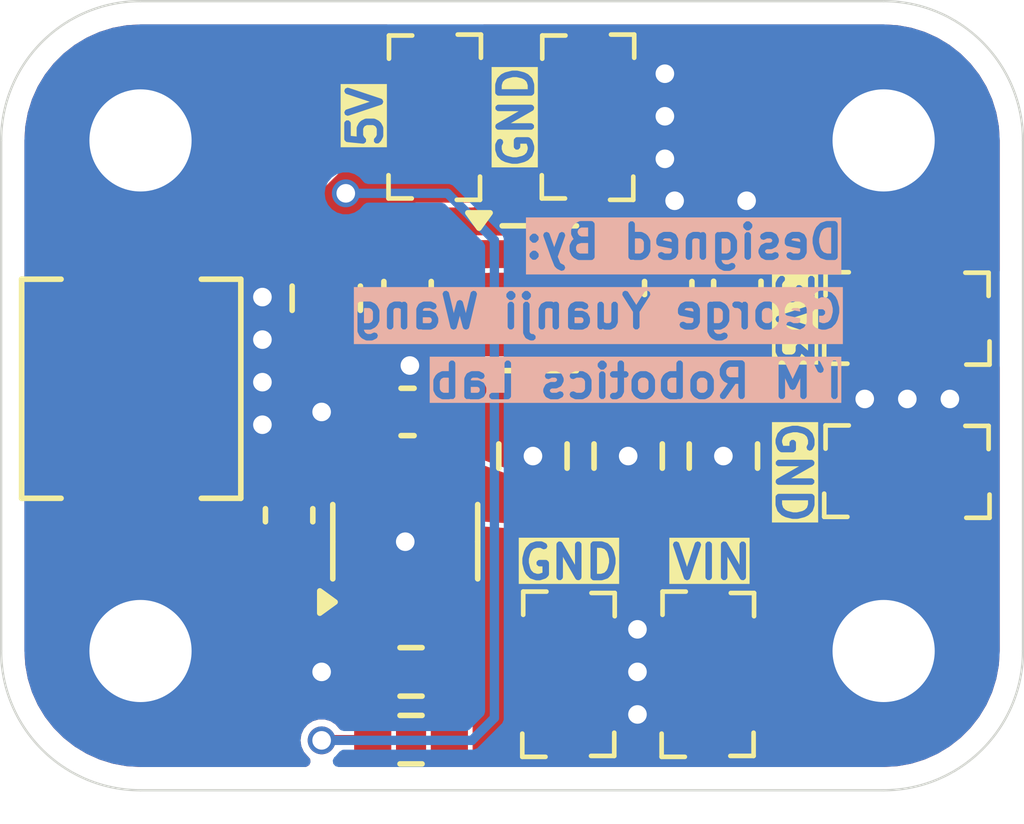
<source format=kicad_pcb>
(kicad_pcb (version 20240108) (generator "pcbnew") (generator_version "8.0")
  (layers (0 "F.Cu" signal) (31 "B.Cu" signal) (34 "B.Paste" user) (35 "F.Paste" user) (36 "B.SilkS" user "B.Silkscreen") (37 "F.SilkS" user "F.Silkscreen") (38 "B.Mask" user) (39 "F.Mask" user) (44 "Edge.Cuts" user))
  (net 0 "")
  (net 1 "VIN")
  (net 2 "GND")
  (net 3 "Net-(U2-BST)")
  (net 4 "Net-(U2-SW)")
  (net 5 "5V")
  (net 6 "3V3")
  (net 7 "Net-(U2-FB)")
  (footprint "Resistor_SMD:R_0603_1608Metric" (layer "F.Cu") (at 205.825 96.91 180)
    (property "Reference" "R1" (hide yes))
    (property "Value" "100k 0603" (hide yes))
    (fp_line (start -0.237258 0.5225) (end 0.237258 0.5225) (stroke (width 0.12)) (layer "F.SilkS"))
    (fp_line (start -0.237258 -0.5225) (end 0.237258 -0.5225) (stroke (width 0.12)) (layer "F.SilkS"))
    (pad "1" smd roundrect (at -0.825 0 180) (size 0.8 0.95) (layers "F.Cu" "F.Paste" "F.Mask") (net 7 "Net-(U2-FB)"))
    (pad "2" smd roundrect (at 0.825 0 180) (size 0.8 0.95) (layers "F.Cu" "F.Paste" "F.Mask") (net 5 "5V"))
  )
  (footprint "digikey-footprints:PROBE_PAD_1206" (layer "F.Cu") (at 216.5 91.15)
    (property "Reference" "TP5" (hide yes))
    (property "Value" "GND")
    (fp_line (start -1.78 0.46) (end -1.78 0.96) (stroke (width 0.1)) (layer "F.SilkS"))
    (fp_line (start -1.78 0.96) (end -1.28 0.96) (stroke (width 0.1)) (layer "F.SilkS"))
    (fp_line (start -1.75 -1.01) (end -1.75 -0.51) (stroke (width 0.1)) (layer "F.SilkS"))
    (fp_line (start -1.75 -1.01) (end -1.25 -1.01) (stroke (width 0.1)) (layer "F.SilkS"))
    (fp_line (start 1.76 -1) (end 1.26 -1) (stroke (width 0.1)) (layer "F.SilkS"))
    (fp_line (start 1.76 -1) (end 1.76 -0.5) (stroke (width 0.1)) (layer "F.SilkS"))
    (fp_line (start 1.78 0.98) (end 1.28 0.98) (stroke (width 0.1)) (layer "F.SilkS"))
    (fp_line (start 1.78 0.98) (end 1.78 0.48) (stroke (width 0.1)) (layer "F.SilkS"))
    (pad "1" smd rect (at 0 0) (size 3.4 1.8) (layers "F.Cu" "F.Paste" "F.Mask") (net 2 "GND"))
  )
  (footprint "digikey-footprints:PROBE_PAD_1206" (layer "F.Cu") (at 209.65 83.5 90)
    (property "Reference" "TP2" (hide yes))
    (property "Value" "GND")
    (fp_line (start -1.75 -1.01) (end -1.25 -1.01) (stroke (width 0.1)) (layer "F.SilkS"))
    (fp_line (start -1.75 -1.01) (end -1.75 -0.51) (stroke (width 0.1)) (layer "F.SilkS"))
    (fp_line (start 1.76 -1) (end 1.26 -1) (stroke (width 0.1)) (layer "F.SilkS"))
    (fp_line (start 1.76 -1) (end 1.76 -0.5) (stroke (width 0.1)) (layer "F.SilkS"))
    (fp_line (start -1.78 0.46) (end -1.78 0.96) (stroke (width 0.1)) (layer "F.SilkS"))
    (fp_line (start -1.78 0.96) (end -1.28 0.96) (stroke (width 0.1)) (layer "F.SilkS"))
    (fp_line (start 1.78 0.98) (end 1.78 0.48) (stroke (width 0.1)) (layer "F.SilkS"))
    (fp_line (start 1.78 0.98) (end 1.28 0.98) (stroke (width 0.1)) (layer "F.SilkS"))
    (pad "1" smd rect (at 0 0 90) (size 3.4 1.8) (layers "F.Cu" "F.Paste" "F.Mask") (net 2 "GND"))
  )
  (footprint "MountingHole:MountingHole_2.2mm_M2_DIN965_Pad" (layer "F.Cu") (at 200 95)
    (property "Reference" "H2" (hide yes))
    (property "Value" "M2")
    (pad "1" thru_hole circle (at 0 0) (size 3.8 3.8) (drill 2.2) (layers "*.Cu" "*.Mask") (net 2 "GND"))
    (pad "2" smd circle (at 0 0) (size 2.2 2.2) (layers "*.Paste" "F.Cu"))
  )
  (footprint "MountingHole:MountingHole_2.2mm_M2_DIN965_Pad" (layer "F.Cu") (at 216 84)
    (property "Reference" "H4" (hide yes))
    (property "Value" "M2")
    (pad "1" thru_hole circle (at 0 0) (size 3.8 3.8) (drill 2.2) (layers "*.Cu" "*.Mask") (net 2 "GND"))
    (pad "2" smd circle (at 0 0) (size 2.2 2.2) (layers "*.Paste" "F.Cu"))
  )
  (footprint "Capacitor_SMD:C_0805_2012Metric" (layer "F.Cu") (at 208.45 90.8 90)
    (property "Reference" "C4" (hide yes))
    (property "Value" "10u 50V 0805")
    (fp_line (start -0.261252 -0.735) (end 0.261252 -0.735) (stroke (width 0.12)) (layer "F.SilkS"))
    (fp_line (start -0.261252 0.735) (end 0.261252 0.735) (stroke (width 0.12)) (layer "F.SilkS"))
    (pad "1" smd roundrect (at -0.95 0 90) (size 1 1.45) (layers "F.Cu" "F.Paste" "F.Mask") (net 1 "VIN"))
    (pad "2" smd roundrect (at 0.95 0 90) (size 1 1.45) (layers "F.Cu" "F.Paste" "F.Mask") (net 2 "GND"))
  )
  (footprint "Capacitor_SMD:C_0603_1608Metric" (layer "F.Cu") (at 211.3625 87.18 90)
    (property "Reference" "C11" (hide yes))
    (property "Value" "1u 25V 0603")
    (fp_line (start -0.14058 -0.51) (end 0.14058 -0.51) (stroke (width 0.12)) (layer "F.SilkS"))
    (fp_line (start -0.14058 0.51) (end 0.14058 0.51) (stroke (width 0.12)) (layer "F.SilkS"))
    (pad "1" smd roundrect (at -0.775 0 90) (size 0.9 0.95) (layers "F.Cu" "F.Paste" "F.Mask") (net 6 "3V3"))
    (pad "2" smd roundrect (at 0.775 0 90) (size 0.9 0.95) (layers "F.Cu" "F.Paste" "F.Mask") (net 2 "GND"))
  )
  (footprint "digikey-footprints:PROBE_PAD_1206" (layer "F.Cu") (at 209.2 95.5 -90)
    (property "Reference" "TP4" (hide yes))
    (property "Value" "GND")
    (fp_line (start 1.78 0.98) (end 1.28 0.98) (stroke (width 0.1)) (layer "F.SilkS"))
    (fp_line (start 1.78 0.98) (end 1.78 0.48) (stroke (width 0.1)) (layer "F.SilkS"))
    (fp_line (start -1.78 0.96) (end -1.28 0.96) (stroke (width 0.1)) (layer "F.SilkS"))
    (fp_line (start -1.78 0.46) (end -1.78 0.96) (stroke (width 0.1)) (layer "F.SilkS"))
    (fp_line (start 1.76 -1) (end 1.76 -0.5) (stroke (width 0.1)) (layer "F.SilkS"))
    (fp_line (start 1.76 -1) (end 1.26 -1) (stroke (width 0.1)) (layer "F.SilkS"))
    (fp_line (start -1.75 -1.01) (end -1.75 -0.51) (stroke (width 0.1)) (layer "F.SilkS"))
    (fp_line (start -1.75 -1.01) (end -1.25 -1.01) (stroke (width 0.1)) (layer "F.SilkS"))
    (pad "1" smd rect (at 0 0 270) (size 3.4 1.8) (layers "F.Cu" "F.Paste" "F.Mask") (net 2 "GND"))
  )
  (footprint "Capacitor_SMD:C_0603_1608Metric" (layer "F.Cu") (at 203.2 92.075 90)
    (property "Reference" "C8" (hide yes))
    (property "Value" "100n 50V 0603")
    (fp_line (start -0.14058 -0.51) (end 0.14058 -0.51) (stroke (width 0.12)) (layer "F.SilkS"))
    (fp_line (start -0.14058 0.51) (end 0.14058 0.51) (stroke (width 0.12)) (layer "F.SilkS"))
    (pad "1" smd roundrect (at -0.775 0 90) (size 0.9 0.95) (layers "F.Cu" "F.Paste" "F.Mask") (net 3 "Net-(U2-BST)"))
    (pad "2" smd roundrect (at 0.775 0 90) (size 0.9 0.95) (layers "F.Cu" "F.Paste" "F.Mask") (net 4 "Net-(U2-SW)"))
  )
  (footprint "Inductor_SMD:L_APV_APH0420" (layer "F.Cu") (at 199.8 89.35 90)
    (property "Reference" "L1" (hide yes))
    (property "Value" "3.3uH (APH0420T)")
    (fp_line (start 2.36 -2.36) (end 2.36 -1.51) (stroke (width 0.12)) (layer "F.SilkS"))
    (fp_line (start -2.36 -2.36) (end 2.36 -2.36) (stroke (width 0.12)) (layer "F.SilkS"))
    (fp_line (start -2.36 -2.36) (end -2.36 -1.51) (stroke (width 0.12)) (layer "F.SilkS"))
    (fp_line (start 2.36 2.36) (end 2.36 1.51) (stroke (width 0.12)) (layer "F.SilkS"))
    (fp_line (start -2.36 2.36) (end -2.36 1.51) (stroke (width 0.12)) (layer "F.SilkS"))
    (fp_line (start -2.36 2.36) (end 2.36 2.36) (stroke (width 0.12)) (layer "F.SilkS"))
    (pad "1" smd roundrect (at -1.85 0 90) (size 1.5 2.5) (layers "F.Cu" "F.Paste" "F.Mask") (net 4 "Net-(U2-SW)"))
    (pad "2" smd roundrect (at 1.85 0 90) (size 1.5 2.5) (layers "F.Cu" "F.Paste" "F.Mask") (net 5 "5V"))
    (zone (net 0) (net_name "") (layer "F.Cu") (name "Inductor") (connect_pads (clearance 0)) (min_thickness 0.25)
      (keepout (tracks not_allowed) (vias not_allowed) (pads not_allowed) (copperpour not_allowed) (footprints allowed))
      (fill (thermal_gap 0.5) (thermal_bridge_width 0.5))
      (polygon (pts (xy 197.7 91.45) (xy 197.7 87.25) (xy 201.9 87.25) (xy 201.9 91.45)))
    )
  )
  (footprint "MountingHole:MountingHole_2.2mm_M2_DIN965_Pad" (layer "F.Cu") (at 200 84)
    (property "Reference" "H3" (hide yes))
    (property "Value" "M2")
    (pad "1" thru_hole circle (at 0 0) (size 3.8 3.8) (drill 2.2) (layers "*.Cu" "*.Mask") (net 2 "GND"))
    (pad "2" smd circle (at 0 0) (size 2.2 2.2) (layers "*.Paste" "F.Cu"))
  )
  (footprint "Capacitor_SMD:C_0603_1608Metric" (layer "F.Cu") (at 212.85 87.175 90)
    (property "Reference" "C12" (hide yes))
    (property "Value" "100n 50V 0603")
    (fp_line (start -0.14058 -0.51) (end 0.14058 -0.51) (stroke (width 0.12)) (layer "F.SilkS"))
    (fp_line (start -0.14058 0.51) (end 0.14058 0.51) (stroke (width 0.12)) (layer "F.SilkS"))
    (pad "1" smd roundrect (at -0.775 0 90) (size 0.9 0.95) (layers "F.Cu" "F.Paste" "F.Mask") (net 6 "3V3"))
    (pad "2" smd roundrect (at 0.775 0 90) (size 0.9 0.95) (layers "F.Cu" "F.Paste" "F.Mask") (net 2 "GND"))
  )
  (footprint "digikey-footprints:PROBE_PAD_1206" (layer "F.Cu") (at 206.35 83.5 90)
    (property "Reference" "TP1" (hide yes))
    (property "Value" "5V")
    (fp_line (start -1.75 -1.01) (end -1.25 -1.01) (stroke (width 0.1)) (layer "F.SilkS"))
    (fp_line (start -1.75 -1.01) (end -1.75 -0.51) (stroke (width 0.1)) (layer "F.SilkS"))
    (fp_line (start 1.76 -1) (end 1.26 -1) (stroke (width 0.1)) (layer "F.SilkS"))
    (fp_line (start 1.76 -1) (end 1.76 -0.5) (stroke (width 0.1)) (layer "F.SilkS"))
    (fp_line (start -1.78 0.46) (end -1.78 0.96) (stroke (width 0.1)) (layer "F.SilkS"))
    (fp_line (start -1.78 0.96) (end -1.28 0.96) (stroke (width 0.1)) (layer "F.SilkS"))
    (fp_line (start 1.78 0.98) (end 1.78 0.48) (stroke (width 0.1)) (layer "F.SilkS"))
    (fp_line (start 1.78 0.98) (end 1.28 0.98) (stroke (width 0.1)) (layer "F.SilkS"))
    (pad "1" smd rect (at 0 0 90) (size 3.4 1.8) (layers "F.Cu" "F.Paste" "F.Mask") (net 5 "5V"))
  )
  (footprint "Capacitor_SMD:C_0805_2012Metric" (layer "F.Cu") (at 204 87.4 -90)
    (property "Reference" "C10" (hide yes))
    (property "Value" "22u 16V 0805")
    (fp_line (start -0.261252 0.735) (end 0.261252 0.735) (stroke (width 0.12)) (layer "F.SilkS"))
    (fp_line (start -0.261252 -0.735) (end 0.261252 -0.735) (stroke (width 0.12)) (layer "F.SilkS"))
    (pad "1" smd roundrect (at -0.95 0 270) (size 1 1.45) (layers "F.Cu" "F.Paste" "F.Mask") (net 5 "5V"))
    (pad "2" smd roundrect (at 0.95 0 270) (size 1 1.45) (layers "F.Cu" "F.Paste" "F.Mask") (net 2 "GND"))
  )
  (footprint "Capacitor_SMD:C_0805_2012Metric" (layer "F.Cu") (at 210.5 90.8 90)
    (property "Reference" "C2" (hide yes))
    (property "Value" "10u 50V 0805")
    (fp_line (start -0.261252 -0.735) (end 0.261252 -0.735) (stroke (width 0.12)) (layer "F.SilkS"))
    (fp_line (start -0.261252 0.735) (end 0.261252 0.735) (stroke (width 0.12)) (layer "F.SilkS"))
    (pad "1" smd roundrect (at -0.95 0 90) (size 1 1.45) (layers "F.Cu" "F.Paste" "F.Mask") (net 1 "VIN"))
    (pad "2" smd roundrect (at 0.95 0 90) (size 1 1.45) (layers "F.Cu" "F.Paste" "F.Mask") (net 2 "GND"))
  )
  (footprint "MountingHole:MountingHole_2.2mm_M2_DIN965_Pad" (layer "F.Cu") (at 216 95)
    (property "Reference" "H1" (hide yes))
    (property "Value" "M2")
    (pad "1" thru_hole circle (at 0 0) (size 3.8 3.8) (drill 2.2) (layers "*.Cu" "*.Mask") (net 2 "GND"))
    (pad "2" smd circle (at 0 0) (size 2.2 2.2) (layers "*.Paste" "F.Cu"))
  )
  (footprint "Capacitor_SMD:C_0603_1608Metric" (layer "F.Cu") (at 205.75 87.18 -90)
    (property "Reference" "C9" (hide yes))
    (property "Value" "1u 25V 0603")
    (fp_line (start -0.14058 0.51) (end 0.14058 0.51) (stroke (width 0.12)) (layer "F.SilkS"))
    (fp_line (start -0.14058 -0.51) (end 0.14058 -0.51) (stroke (width 0.12)) (layer "F.SilkS"))
    (pad "1" smd roundrect (at -0.775 0 270) (size 0.9 0.95) (layers "F.Cu" "F.Paste" "F.Mask") (net 5 "5V"))
    (pad "2" smd roundrect (at 0.775 0 270) (size 0.9 0.95) (layers "F.Cu" "F.Paste" "F.Mask") (net 2 "GND"))
  )
  (footprint "digikey-footprints:PROBE_PAD_1206" (layer "F.Cu") (at 212.2 95.5 -90)
    (property "Reference" "TP3" (hide yes))
    (property "Value" "VIN")
    (fp_line (start 1.78 0.98) (end 1.28 0.98) (stroke (width 0.1)) (layer "F.SilkS"))
    (fp_line (start 1.78 0.98) (end 1.78 0.48) (stroke (width 0.1)) (layer "F.SilkS"))
    (fp_line (start -1.78 0.96) (end -1.28 0.96) (stroke (width 0.1)) (layer "F.SilkS"))
    (fp_line (start -1.78 0.46) (end -1.78 0.96) (stroke (width 0.1)) (layer "F.SilkS"))
    (fp_line (start 1.76 -1) (end 1.76 -0.5) (stroke (width 0.1)) (layer "F.SilkS"))
    (fp_line (start 1.76 -1) (end 1.26 -1) (stroke (width 0.1)) (layer "F.SilkS"))
    (fp_line (start -1.75 -1.01) (end -1.75 -0.51) (stroke (width 0.1)) (layer "F.SilkS"))
    (fp_line (start -1.75 -1.01) (end -1.25 -1.01) (stroke (width 0.1)) (layer "F.SilkS"))
    (pad "1" smd rect (at 0 0 270) (size 3.4 1.8) (layers "F.Cu" "F.Paste" "F.Mask") (net 1 "VIN"))
  )
  (footprint "digikey-footprints:PROBE_PAD_1206" (layer "F.Cu") (at 216.5 87.85)
    (property "Reference" "TP6" (hide yes))
    (property "Value" "3V3")
    (fp_line (start -1.78 0.46) (end -1.78 0.96) (stroke (width 0.1)) (layer "F.SilkS"))
    (fp_line (start -1.78 0.96) (end -1.28 0.96) (stroke (width 0.1)) (layer "F.SilkS"))
    (fp_line (start -1.75 -1.01) (end -1.75 -0.51) (stroke (width 0.1)) (layer "F.SilkS"))
    (fp_line (start -1.75 -1.01) (end -1.25 -1.01) (stroke (width 0.1)) (layer "F.SilkS"))
    (fp_line (start 1.76 -1) (end 1.26 -1) (stroke (width 0.1)) (layer "F.SilkS"))
    (fp_line (start 1.76 -1) (end 1.76 -0.5) (stroke (width 0.1)) (layer "F.SilkS"))
    (fp_line (start 1.78 0.98) (end 1.28 0.98) (stroke (width 0.1)) (layer "F.SilkS"))
    (fp_line (start 1.78 0.98) (end 1.78 0.48) (stroke (width 0.1)) (layer "F.SilkS"))
    (pad "1" smd rect (at 0 0) (size 3.4 1.8) (layers "F.Cu" "F.Paste" "F.Mask") (net 6 "3V3"))
  )
  (footprint "Package_TO_SOT_SMD:SOT-23-6" (layer "F.Cu") (at 205.7 92.645 90)
    (property "Reference" "U2" (hide yes))
    (property "Value" "ME3121")
    (fp_line (start 0 -1.56) (end 0.8 -1.56) (stroke (width 0.12)) (layer "F.SilkS"))
    (fp_line (start 0 -1.56) (end -0.8 -1.56) (stroke (width 0.12)) (layer "F.SilkS"))
    (fp_line (start 0 1.56) (end 0.8 1.56) (stroke (width 0.12)) (layer "F.SilkS"))
    (fp_line (start 0 1.56) (end -0.8 1.56) (stroke (width 0.12)) (layer "F.SilkS"))
    (fp_poly (pts (xy -1.3 -1.51) (xy -1.54 -1.84) (xy -1.06 -1.84) (xy -1.3 -1.51)) (stroke (width 0.12)) (fill solid) (layer "F.SilkS"))
    (pad "1" smd roundrect (at -1.1375 -0.95 90) (size 1.325 0.6) (layers "F.Cu" "F.Paste" "F.Mask") (net 3 "Net-(U2-BST)"))
    (pad "2" smd roundrect (at -1.1375 0 90) (size 1.325 0.6) (layers "F.Cu" "F.Paste" "F.Mask") (net 2 "GND"))
    (pad "3" smd roundrect (at -1.1375 0.95 90) (size 1.325 0.6) (layers "F.Cu" "F.Paste" "F.Mask") (net 7 "Net-(U2-FB)"))
    (pad "4" smd roundrect (at 1.1375 0.95 90) (size 1.325 0.6) (layers "F.Cu" "F.Paste" "F.Mask") (net 1 "VIN"))
    (pad "5" smd roundrect (at 1.1375 0 90) (size 1.325 0.6) (layers "F.Cu" "F.Paste" "F.Mask") (net 1 "VIN"))
    (pad "6" smd roundrect (at 1.1375 -0.95 90) (size 1.325 0.6) (layers "F.Cu" "F.Paste" "F.Mask") (net 4 "Net-(U2-SW)"))
  )
  (footprint "Resistor_SMD:R_0603_1608Metric" (layer "F.Cu") (at 205.825 95.45)
    (property "Reference" "R2" (hide yes))
    (property "Value" "13.7k 0603" (hide yes))
    (fp_line (start -0.237258 -0.5225) (end 0.237258 -0.5225) (stroke (width 0.12)) (layer "F.SilkS"))
    (fp_line (start -0.237258 0.5225) (end 0.237258 0.5225) (stroke (width 0.12)) (layer "F.SilkS"))
    (pad "1" smd roundrect (at -0.825 0) (size 0.8 0.95) (layers "F.Cu" "F.Paste" "F.Mask") (net 2 "GND"))
    (pad "2" smd roundrect (at 0.825 0) (size 0.8 0.95) (layers "F.Cu" "F.Paste" "F.Mask") (net 7 "Net-(U2-FB)"))
  )
  (footprint "Capacitor_SMD:C_0603_1608Metric" (layer "F.Cu") (at 205.75 89.85 180)
    (property "Reference" "C5" (hide yes))
    (property "Value" "100n 50V 0603")
    (fp_line (start -0.14058 0.51) (end 0.14058 0.51) (stroke (width 0.12)) (layer "F.SilkS"))
    (fp_line (start -0.14058 -0.51) (end 0.14058 -0.51) (stroke (width 0.12)) (layer "F.SilkS"))
    (pad "1" smd roundrect (at -0.775 0 180) (size 0.9 0.95) (layers "F.Cu" "F.Paste" "F.Mask") (net 1 "VIN"))
    (pad "2" smd roundrect (at 0.775 0 180) (size 0.9 0.95) (layers "F.Cu" "F.Paste" "F.Mask") (net 2 "GND"))
  )
  (footprint "Package_TO_SOT_SMD:SOT-23-5" (layer "F.Cu") (at 208.5875 87.4)
    (property "Reference" "U3" (hide yes))
    (property "Value" "TLV75533PDBV")
    (fp_line (start 0 -1.56) (end -0.8 -1.56) (stroke (width 0.12)) (layer "F.SilkS"))
    (fp_line (start 0 -1.56) (end 0.8 -1.56) (stroke (width 0.12)) (layer "F.SilkS"))
    (fp_line (start 0 1.56) (end -0.8 1.56) (stroke (width 0.12)) (layer "F.SilkS"))
    (fp_line (start 0 1.56) (end 0.8 1.56) (stroke (width 0.12)) (layer "F.SilkS"))
    (fp_poly (pts (xy -1.3 -1.51) (xy -1.54 -1.84) (xy -1.06 -1.84) (xy -1.3 -1.51)) (stroke (width 0.12)) (fill solid) (layer "F.SilkS"))
    (pad "1" smd roundrect (at -1.1375 -0.95) (size 1.325 0.6) (layers "F.Cu" "F.Paste" "F.Mask") (net 5 "5V"))
    (pad "2" smd roundrect (at -1.1375 0) (size 1.325 0.6) (layers "F.Cu" "F.Paste" "F.Mask") (net 2 "GND"))
    (pad "3" smd roundrect (at -1.1375 0.95) (size 1.325 0.6) (layers "F.Cu" "F.Paste" "F.Mask") (net 5 "5V"))
    (pad "4" smd roundrect (at 1.1375 0.95) (size 1.325 0.6) (layers "F.Cu" "F.Paste" "F.Mask"))
    (pad "5" smd roundrect (at 1.1375 -0.95) (size 1.325 0.6) (layers "F.Cu" "F.Paste" "F.Mask") (net 6 "3V3"))
  )
  (footprint "Capacitor_SMD:C_0805_2012Metric" (layer "F.Cu") (at 212.55 90.8 90)
    (property "Reference" "C1" (hide yes))
    (property "Value" "10u 50V 0805")
    (fp_line (start -0.261252 -0.735) (end 0.261252 -0.735) (stroke (width 0.12)) (layer "F.SilkS"))
    (fp_line (start -0.261252 0.735) (end 0.261252 0.735) (stroke (width 0.12)) (layer "F.SilkS"))
    (pad "1" smd roundrect (at -0.95 0 90) (size 1 1.45) (layers "F.Cu" "F.Paste" "F.Mask") (net 1 "VIN"))
    (pad "2" smd roundrect (at 0.95 0 90) (size 1 1.45) (layers "F.Cu" "F.Paste" "F.Mask") (net 2 "GND"))
  )
  (gr_line (start 216 81) (end 200 81) (stroke (width 0.05)) (layer "Edge.Cuts"))
  (gr_arc (start 219 95) (mid 218.12132 97.12132) (end 216 98) (stroke (width 0.05)) (layer "Edge.Cuts"))
  (gr_line (start 197 95) (end 197 84) (stroke (width 0.05)) (layer "Edge.Cuts"))
  (gr_arc (start 197 84) (mid 197.87868 81.87868) (end 200 81) (stroke (width 0.05)) (layer "Edge.Cuts"))
  (gr_line (start 219 84) (end 219 95) (stroke (width 0.05)) (layer "Edge.Cuts"))
  (gr_line (start 216 98) (end 200 98) (stroke (width 0.05)) (layer "Edge.Cuts"))
  (gr_arc (start 200 98) (mid 197.87868 97.12132) (end 197 95) (stroke (width 0.05)) (layer "Edge.Cuts"))
  (gr_arc (start 216 81) (mid 218.12132 81.87868) (end 219 84) (stroke (width 0.05)) (layer "Edge.Cuts"))
  (gr_text "George Yuanji Wang" (at 215.2 88.1 0) (layer "B.SilkS" knockout) (effects (font (size 0.7 0.7) (thickness 0.14) (bold yes)) (justify left bottom mirror)))
  (gr_text "I'M Robotics Lab" (at 215.2 89.6 0) (layer "B.SilkS" knockout) (effects (font (size 0.7 0.7) (thickness 0.14) (bold yes)) (justify left bottom mirror)))
  (gr_text "Designed By:" (at 215.2 86.6 0) (layer "B.SilkS" knockout) (effects (font (size 0.7 0.7) (thickness 0.14) (bold yes)) (justify left bottom mirror)))
  (gr_text "GND" (at 208.5 83.5 90) (layer "F.SilkS" knockout) (effects (font (size 0.7 0.7) (thickness 0.14) (bold yes)) (justify bottom)))
  (gr_text "5V" (at 205.25 83.5 90) (layer "F.SilkS" knockout) (effects (font (size 0.7 0.7) (thickness 0.14) (bold yes)) (justify bottom)))
  (gr_text "GND" (at 209.225 93.5 0) (layer "F.SilkS" knockout) (effects (font (size 0.7 0.7) (thickness 0.14) (bold yes)) (justify bottom)))
  (gr_text "VIN" (at 212.3 93.5 0) (layer "F.SilkS" knockout) (effects (font (size 0.7 0.7) (thickness 0.14) (bold yes)) (justify bottom)))
  (gr_text "3V3" (at 213.65 87.85 270) (layer "F.SilkS" knockout) (effects (font (size 0.7 0.7) (thickness 0.14) (bold yes)) (justify bottom)))
  (gr_text "GND" (at 213.65 91.15 -90) (layer "F.SilkS" knockout) (effects (font (size 0.7 0.7) (thickness 0.14) (bold yes)) (justify bottom)))
  (via (at 216.51 89.57) (size 0.6) (drill 0.4) (layers "F.Cu" "B.Cu") (net 2))
  (via (at 210.7 94.533334) (size 0.6) (drill 0.4) (layers "F.Cu" "B.Cu") (net 2))
  (via (at 217.426668 89.57) (size 0.6) (drill 0.4) (layers "F.Cu" "B.Cu") (net 2))
  (via (at 215.593334 89.57) (size 0.6) (drill 0.4) (layers "F.Cu" "B.Cu") (net 2))
  (via (at 202.625 87.375) (size 0.6) (drill 0.4) (layers "F.Cu" "B.Cu") (net 2))
  (via (at 211.5 85.3) (size 0.6) (drill 0.4) (layers "F.Cu" "B.Cu") (net 2))
  (via (at 208.45 90.8) (size 0.6) (drill 0.4) (layers "F.Cu" "B.Cu") (net 2))
  (via (at 211.29 84.396668) (size 0.6) (drill 0.4) (layers "F.Cu" "B.Cu") (net 2))
  (via (at 205.7 92.645) (size 0.6) (drill 0.4) (layers "F.Cu" "B.Cu") (net 2))
  (via (at 210.7 95.45) (size 0.6) (drill 0.4) (layers "F.Cu" "B.Cu") (net 2))
  (via (at 213.05 85.3) (size 0.6) (drill 0.4) (layers "F.Cu" "B.Cu") (net 2))
  (via (at 210.7 96.366668) (size 0.6) (drill 0.4) (layers "F.Cu" "B.Cu") (net 2))
  (via (at 202.625 89.208332) (size 0.6) (drill 0.4) (layers "F.Cu" "B.Cu") (net 2))
  (via (at 211.29 82.563334) (size 0.6) (drill 0.4) (layers "F.Cu" "B.Cu") (net 2))
  (via (at 203.9 95.45) (size 0.6) (drill 0.4) (layers "F.Cu" "B.Cu") (net 2))
  (via (at 202.625 90.125) (size 0.6) (drill 0.4) (layers "F.Cu" "B.Cu") (net 2))
  (via (at 211.29 83.48) (size 0.6) (drill 0.4) (layers "F.Cu" "B.Cu") (net 2))
  (via (at 205.8 88.85) (size 0.6) (drill 0.4) (layers "F.Cu" "B.Cu") (net 2))
  (via (at 203.9 89.85) (size 0.6) (drill 0.4) (layers "F.Cu" "B.Cu") (net 2))
  (via (at 212.55 90.8) (size 0.6) (drill 0.4) (layers "F.Cu" "B.Cu") (net 2))
  (via (at 202.625 88.291666) (size 0.6) (drill 0.4) (layers "F.Cu" "B.Cu") (net 2))
  (via (at 210.5 90.8) (size 0.6) (drill 0.4) (layers "F.Cu" "B.Cu") (net 2))
  (segment (start 208.25 86.45) (end 208.7 86.9) (width 0.5) (layer "F.Cu") (net 5))
  (segment (start 205 96.91) (end 203.915 96.91) (width 0.2) (layer "F.Cu") (net 5))
  (segment (start 203.915 96.91) (end 203.9 96.925) (width 0.2) (layer "F.Cu") (net 5))
  (segment (start 208.3 88.35) (end 207.5 88.35) (width 0.5) (layer "F.Cu") (net 5))
  (segment (start 208.7 86.9) (end 208.7 87.95) (width 0.5) (layer "F.Cu") (net 5))
  (segment (start 207.5 86.45) (end 208.25 86.45) (width 0.5) (layer "F.Cu") (net 5))
  (segment (start 208.7 87.95) (end 208.3 88.35) (width 0.5) (layer "F.Cu") (net 5))
  (via (at 204.42 85.14) (size 0.6) (drill 0.4) (layers "F.Cu" "B.Cu") (net 5))
  (via (at 203.9 96.925) (size 0.6) (drill 0.4) (layers "F.Cu" "B.Cu") (net 5))
  (segment (start 204.42 85.14) (end 206.61 85.14) (width 0.2) (layer "B.Cu") (net 5))
  (segment (start 207.62 86.15) (end 207.62 96.44) (width 0.2) (layer "B.Cu") (net 5))
  (segment (start 207.135 96.925) (end 203.9 96.925) (width 0.2) (layer "B.Cu") (net 5))
  (segment (start 206.61 85.14) (end 207.62 86.15) (width 0.2) (layer "B.Cu") (net 5))
  (segment (start 207.62 96.44) (end 207.135 96.925) (width 0.2) (layer "B.Cu") (net 5))
  (segment (start 206.65 93.7825) (end 206.65 95.45) (width 0.2) (layer "F.Cu") (net 7))
  (segment (start 206.65 95.45) (end 206.65 96.91) (width 0.2) (layer "F.Cu") (net 7))
  (zone (net 5) (net_name "5V") (layer "F.Cu") (priority 7) (connect_pads yes (clearance 0)) (min_thickness 0.25) (fill yes (thermal_gap 0.2) (thermal_bridge_width 0.3))
    (polygon (pts (xy 203.01 85.95) (xy 205.46 83.53) (xy 207.26 83.53) (xy 207.26 85.34) (xy 205.92 85.34) (xy 205.92 85.95)))
  )
  (zone (net 5) (net_name "5V") (layer "F.Cu") (priority 1) (connect_pads yes (clearance 0)) (min_thickness 0.25) (fill yes (thermal_gap 0.2) (thermal_bridge_width 0.3))
    (polygon (pts (xy 207.6 86.15) (xy 207.6 86.75) (xy 206.55 86.75) (xy 206.1 86.85) (xy 205.05 86.85) (xy 204.5 86.95) (xy 198.55 86.95) (xy 198.55 85.95) (xy 206.1 85.95) (xy 206.55 86.15)))
  )
  (zone (net 4) (net_name "Net-(U2-SW)") (layer "F.Cu") (priority 3) (connect_pads yes (clearance 0)) (min_thickness 0.25) (fill yes (thermal_gap 0.2) (thermal_bridge_width 0.3))
    (polygon (pts (xy 204.9 90.85) (xy 202.9 90.85) (xy 201.95 91.65) (xy 198.55 91.65) (xy 198.55 92.25) (xy 202.2 92.25) (xy 202.9 91.7) (xy 204.05 91.7) (xy 204.6 92.15) (xy 204.9 92.15)))
  )
  (zone (net 3) (net_name "Net-(U2-BST)") (layer "F.Cu") (priority 5) (connect_pads yes (clearance 0)) (min_thickness 0.25) (fill yes (thermal_gap 0.2) (thermal_bridge_width 0.3))
    (polygon (pts (xy 202.975 92.375) (xy 203.675 92.375) (xy 204.575 93.125) (xy 204.775 93.125) (xy 204.775 94.45) (xy 204.55 94.45) (xy 203.475 93.3) (xy 202.975 93.3)))
  )
  (zone (net 1) (net_name "VIN") (layer "F.Cu") (priority 6) (connect_pads yes (clearance 0)) (min_thickness 0.25) (fill yes (thermal_gap 0.2) (thermal_bridge_width 0.3))
    (polygon (pts (xy 206.1 89.6) (xy 206.1 90.6) (xy 205.45 90.825) (xy 206.975 90.85) (xy 206.975 89.6)))
  )
  (zone (net 2) (net_name "GND") (layer "F.Cu") (priority 2) (connect_pads yes (clearance 0)) (min_thickness 0.25) (fill yes (thermal_gap 0.2) (thermal_bridge_width 0.3))
    (polygon (pts (xy 207.85 87.1) (xy 206.85 87.1) (xy 206.1 87.5) (xy 205.3 87.5) (xy 204.5 87.85) (xy 203.45 87.85) (xy 203.45 88.85) (xy 204.55 88.85) (xy 205.45 88.4) (xy 206.15 88.4) (xy 206.95 87.7) (xy 207.85 87.7)))
  )
  (zone (net 1) (net_name "VIN") (layer "F.Cu") (priority 4) (connect_pads yes (clearance 0)) (min_thickness 0.25) (fill yes (thermal_gap 0.2) (thermal_bridge_width 0.3))
    (polygon (pts (xy 211.325 94.15) (xy 211.325 93.425) (xy 210.675 92.25) (xy 207.925 92.25) (xy 206.85 92.175) (xy 205.425 92.175) (xy 205.45 90.825) (xy 206.975 90.85) (xy 208.075 91.25) (xy 213.525 91.25) (xy 213.525 93.425) (xy 213.1 94.15)))
  )
  (zone (net 6) (net_name "3V3") (layer "F.Cu") (connect_pads yes (clearance 0)) (min_thickness 0.25) (fill yes (thermal_gap 0.2) (thermal_bridge_width 0.3))
    (polygon (pts (xy 209.25 86.15) (xy 210.4 86.15) (xy 211.1 87.5) (xy 214.6 87.5) (xy 214.8 86.95) (xy 216.25 86.95) (xy 216.25 88.75) (xy 211 88.7) (xy 210 86.75) (xy 209.25 86.75)))
  )
  (zone (net 2) (net_name "GND") (layers "F&B.Cu") (connect_pads yes (clearance 0)) (min_thickness 0.25) (fill yes (thermal_gap 0.2) (thermal_bridge_width 0.3))
    (polygon (pts (xy 197 81) (xy 219 81) (xy 219 98) (xy 197 98)))
  )
)
</source>
